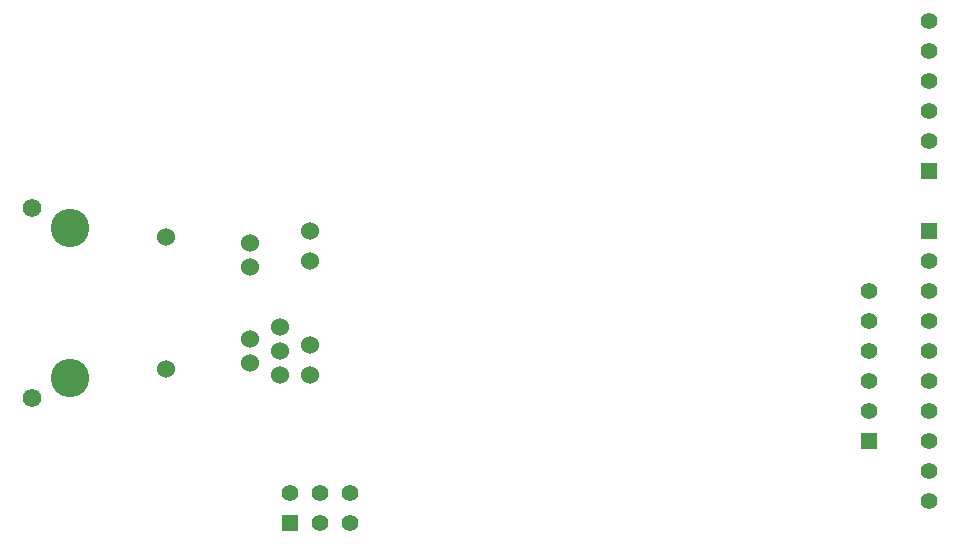
<source format=gbs>
G04 (created by PCBNEW (2013-mar-13)-testing) date Sun 24 Mar 2013 04:17:42 PM EDT*
%MOIN*%
G04 Gerber Fmt 3.4, Leading zero omitted, Abs format*
%FSLAX34Y34*%
G01*
G70*
G90*
G04 APERTURE LIST*
%ADD10C,0.006*%
%ADD11C,0.128*%
%ADD12C,0.06*%
%ADD13C,0.062*%
%ADD14R,0.055X0.055*%
%ADD15C,0.055*%
G04 APERTURE END LIST*
G54D10*
G54D11*
X74860Y-38000D03*
X74860Y-33000D03*
G54D12*
X81860Y-37100D03*
X81860Y-37900D03*
X80860Y-33500D03*
X80860Y-34300D03*
X80860Y-36700D03*
X78060Y-37700D03*
X78060Y-33300D03*
X82860Y-36900D03*
X82860Y-33100D03*
X82860Y-37900D03*
X82860Y-34100D03*
X80860Y-37500D03*
G54D13*
X73610Y-32325D03*
X73610Y-38675D03*
G54D12*
X81860Y-36300D03*
G54D14*
X82200Y-42820D03*
G54D15*
X82200Y-41820D03*
X83200Y-42820D03*
X83200Y-41820D03*
X84200Y-42820D03*
X84200Y-41820D03*
G54D14*
X103500Y-31100D03*
G54D15*
X103500Y-30100D03*
X103500Y-29100D03*
X103500Y-28100D03*
X103500Y-27100D03*
X103500Y-26100D03*
G54D14*
X101500Y-40100D03*
G54D15*
X101500Y-39100D03*
X101500Y-38100D03*
X101500Y-37100D03*
X101500Y-36100D03*
X101500Y-35100D03*
G54D14*
X103500Y-33100D03*
G54D15*
X103500Y-34100D03*
X103500Y-35100D03*
X103500Y-36100D03*
X103500Y-37100D03*
X103500Y-38100D03*
X103500Y-39100D03*
X103500Y-40100D03*
X103500Y-41100D03*
X103500Y-42100D03*
M02*

</source>
